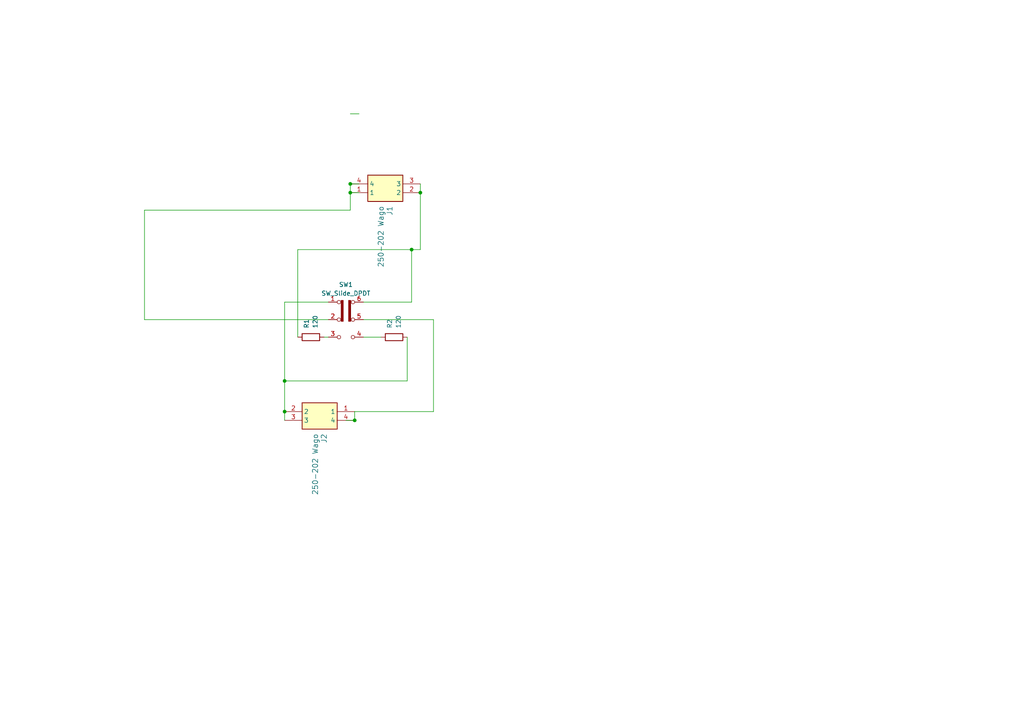
<source format=kicad_sch>
(kicad_sch
	(version 20231120)
	(generator "eeschema")
	(generator_version "8.0")
	(uuid "075f1b3f-1d40-4537-97fc-8160d08a9585")
	(paper "A4")
	(lib_symbols
		(symbol "Device:R"
			(pin_numbers hide)
			(pin_names
				(offset 0)
			)
			(exclude_from_sim no)
			(in_bom yes)
			(on_board yes)
			(property "Reference" "R"
				(at 2.032 0 90)
				(effects
					(font
						(size 1.27 1.27)
					)
				)
			)
			(property "Value" "R"
				(at 0 0 90)
				(effects
					(font
						(size 1.27 1.27)
					)
				)
			)
			(property "Footprint" ""
				(at -1.778 0 90)
				(effects
					(font
						(size 1.27 1.27)
					)
					(hide yes)
				)
			)
			(property "Datasheet" "~"
				(at 0 0 0)
				(effects
					(font
						(size 1.27 1.27)
					)
					(hide yes)
				)
			)
			(property "Description" "Resistor"
				(at 0 0 0)
				(effects
					(font
						(size 1.27 1.27)
					)
					(hide yes)
				)
			)
			(property "ki_keywords" "R res resistor"
				(at 0 0 0)
				(effects
					(font
						(size 1.27 1.27)
					)
					(hide yes)
				)
			)
			(property "ki_fp_filters" "R_*"
				(at 0 0 0)
				(effects
					(font
						(size 1.27 1.27)
					)
					(hide yes)
				)
			)
			(symbol "R_0_1"
				(rectangle
					(start -1.016 -2.54)
					(end 1.016 2.54)
					(stroke
						(width 0.254)
						(type default)
					)
					(fill
						(type none)
					)
				)
			)
			(symbol "R_1_1"
				(pin passive line
					(at 0 3.81 270)
					(length 1.27)
					(name "~"
						(effects
							(font
								(size 1.27 1.27)
							)
						)
					)
					(number "1"
						(effects
							(font
								(size 1.27 1.27)
							)
						)
					)
				)
				(pin passive line
					(at 0 -3.81 90)
					(length 1.27)
					(name "~"
						(effects
							(font
								(size 1.27 1.27)
							)
						)
					)
					(number "2"
						(effects
							(font
								(size 1.27 1.27)
							)
						)
					)
				)
			)
		)
		(symbol "Switch:SW_Slide_DPDT"
			(pin_names
				(offset 0) hide)
			(exclude_from_sim no)
			(in_bom yes)
			(on_board yes)
			(property "Reference" "SW"
				(at 0 6.858 0)
				(effects
					(font
						(size 1.27 1.27)
					)
				)
			)
			(property "Value" "SW_Slide_DPDT"
				(at 0 -8.128 0)
				(effects
					(font
						(size 1.27 1.27)
					)
				)
			)
			(property "Footprint" ""
				(at 13.97 5.08 0)
				(effects
					(font
						(size 1.27 1.27)
					)
					(hide yes)
				)
			)
			(property "Datasheet" "~"
				(at 0 0 0)
				(effects
					(font
						(size 1.27 1.27)
					)
					(hide yes)
				)
			)
			(property "Description" "Slide Switch, dual pole double throw"
				(at 0 0 0)
				(effects
					(font
						(size 1.27 1.27)
					)
					(hide yes)
				)
			)
			(property "ki_keywords" "switch dual-pole double-throw dpdt ON-ON"
				(at 0 0 0)
				(effects
					(font
						(size 1.27 1.27)
					)
					(hide yes)
				)
			)
			(symbol "SW_Slide_DPDT_0_0"
				(circle
					(center -2.032 -5.08)
					(radius 0.508)
					(stroke
						(width 0)
						(type default)
					)
					(fill
						(type none)
					)
				)
				(circle
					(center -2.032 5.08)
					(radius 0.508)
					(stroke
						(width 0)
						(type default)
					)
					(fill
						(type none)
					)
				)
				(circle
					(center 2.032 -5.08)
					(radius 0.508)
					(stroke
						(width 0)
						(type default)
					)
					(fill
						(type none)
					)
				)
				(circle
					(center 2.032 0)
					(radius 0.508)
					(stroke
						(width 0)
						(type default)
					)
					(fill
						(type none)
					)
				)
			)
			(symbol "SW_Slide_DPDT_0_1"
				(circle
					(center -2.032 0)
					(radius 0.508)
					(stroke
						(width 0)
						(type default)
					)
					(fill
						(type none)
					)
				)
				(circle
					(center 2.032 5.08)
					(radius 0.508)
					(stroke
						(width 0)
						(type default)
					)
					(fill
						(type none)
					)
				)
			)
			(symbol "SW_Slide_DPDT_1_1"
				(rectangle
					(start -1.397 5.588)
					(end -0.762 -0.508)
					(stroke
						(width 0)
						(type default)
					)
					(fill
						(type outline)
					)
				)
				(rectangle
					(start 0.762 5.588)
					(end 1.397 -0.508)
					(stroke
						(width 0)
						(type default)
					)
					(fill
						(type outline)
					)
				)
				(pin passive line
					(at -5.08 5.08 0)
					(length 2.54)
					(name "A"
						(effects
							(font
								(size 1.27 1.27)
							)
						)
					)
					(number "1"
						(effects
							(font
								(size 1.27 1.27)
							)
						)
					)
				)
				(pin passive line
					(at -5.08 0 0)
					(length 2.54)
					(name "B"
						(effects
							(font
								(size 1.27 1.27)
							)
						)
					)
					(number "2"
						(effects
							(font
								(size 1.27 1.27)
							)
						)
					)
				)
				(pin passive line
					(at -5.08 -5.08 0)
					(length 2.54)
					(name "C"
						(effects
							(font
								(size 1.27 1.27)
							)
						)
					)
					(number "3"
						(effects
							(font
								(size 1.27 1.27)
							)
						)
					)
				)
				(pin passive line
					(at 5.08 -5.08 180)
					(length 2.54)
					(name "A"
						(effects
							(font
								(size 1.27 1.27)
							)
						)
					)
					(number "4"
						(effects
							(font
								(size 1.27 1.27)
							)
						)
					)
				)
				(pin passive line
					(at 5.08 0 180)
					(length 2.54)
					(name "B"
						(effects
							(font
								(size 1.27 1.27)
							)
						)
					)
					(number "5"
						(effects
							(font
								(size 1.27 1.27)
							)
						)
					)
				)
				(pin passive line
					(at 5.08 5.08 180)
					(length 2.54)
					(name "C"
						(effects
							(font
								(size 1.27 1.27)
							)
						)
					)
					(number "6"
						(effects
							(font
								(size 1.27 1.27)
							)
						)
					)
				)
			)
		)
		(symbol "Weidmuller:1825960000 2pos wide"
			(exclude_from_sim no)
			(in_bom yes)
			(on_board yes)
			(property "Reference" "J"
				(at 16.51 7.62 0)
				(effects
					(font
						(size 1.27 1.27)
					)
					(justify left top)
				)
			)
			(property "Value" "1825960000 2pos wide"
				(at 16.51 5.08 0)
				(effects
					(font
						(size 1.27 1.27)
					)
					(justify left top)
				)
			)
			(property "Footprint" "1825960000"
				(at 16.51 -94.92 0)
				(effects
					(font
						(size 1.27 1.27)
					)
					(justify left top)
					(hide yes)
				)
			)
			(property "Datasheet" "http://catalog.weidmueller.com/createDatasheetForMobile.do?ordernumber=1825960000&scope1=1&scope2=1&localeId=en"
				(at 16.51 -194.92 0)
				(effects
					(font
						(size 1.27 1.27)
					)
					(justify left top)
					(hide yes)
				)
			)
			(property "Description" "Printed circuit board terminals, 5.00 mm, Number of poles: 2, 180, Solder pin length: 3.5 mm, black, PUSH IN with actuator, Clamping range, max. [rated connection]: 1.5 mm, Tube"
				(at 0 0 0)
				(effects
					(font
						(size 1.27 1.27)
					)
					(hide yes)
				)
			)
			(property "Height" "14"
				(at 16.51 -394.92 0)
				(effects
					(font
						(size 1.27 1.27)
					)
					(justify left top)
					(hide yes)
				)
			)
			(property "Manufacturer_Name" "Weidmuller"
				(at 16.51 -494.92 0)
				(effects
					(font
						(size 1.27 1.27)
					)
					(justify left top)
					(hide yes)
				)
			)
			(property "Manufacturer_Part_Number" "1825960000"
				(at 16.51 -594.92 0)
				(effects
					(font
						(size 1.27 1.27)
					)
					(justify left top)
					(hide yes)
				)
			)
			(property "Mouser Part Number" "470-1825960000"
				(at 16.51 -694.92 0)
				(effects
					(font
						(size 1.27 1.27)
					)
					(justify left top)
					(hide yes)
				)
			)
			(property "Mouser Price/Stock" "https://www.mouser.co.uk/ProductDetail/Weidmuller/1825960000?qs=BTG2th8YmhTHqEF9wcCIDA%3D%3D"
				(at 16.51 -794.92 0)
				(effects
					(font
						(size 1.27 1.27)
					)
					(justify left top)
					(hide yes)
				)
			)
			(property "Arrow Part Number" ""
				(at 16.51 -894.92 0)
				(effects
					(font
						(size 1.27 1.27)
					)
					(justify left top)
					(hide yes)
				)
			)
			(property "Arrow Price/Stock" ""
				(at 16.51 -994.92 0)
				(effects
					(font
						(size 1.27 1.27)
					)
					(justify left top)
					(hide yes)
				)
			)
			(symbol "1825960000 2pos wide_1_1"
				(rectangle
					(start 5.08 2.54)
					(end 15.24 -5.08)
					(stroke
						(width 0.254)
						(type default)
					)
					(fill
						(type background)
					)
				)
				(pin passive line
					(at 0 -2.54 0)
					(length 5.08)
					(name "1"
						(effects
							(font
								(size 1.27 1.27)
							)
						)
					)
					(number "1"
						(effects
							(font
								(size 1.27 1.27)
							)
						)
					)
				)
				(pin passive line
					(at 20.32 -2.54 180)
					(length 5.08)
					(name "2"
						(effects
							(font
								(size 1.27 1.27)
							)
						)
					)
					(number "2"
						(effects
							(font
								(size 1.27 1.27)
							)
						)
					)
				)
				(pin passive line
					(at 20.32 0 180)
					(length 5.08)
					(name "3"
						(effects
							(font
								(size 1.27 1.27)
							)
						)
					)
					(number "3"
						(effects
							(font
								(size 1.27 1.27)
							)
						)
					)
				)
				(pin passive line
					(at 0 0 0)
					(length 5.08)
					(name "4"
						(effects
							(font
								(size 1.27 1.27)
							)
						)
					)
					(number "4"
						(effects
							(font
								(size 1.27 1.27)
							)
						)
					)
				)
			)
		)
	)
	(junction
		(at 101.6 53.34)
		(diameter 0)
		(color 0 0 0 0)
		(uuid "2981b388-f611-4c9c-ac88-ee9f0c54a003")
	)
	(junction
		(at 121.92 55.88)
		(diameter 0)
		(color 0 0 0 0)
		(uuid "3bb5712d-85c6-4c78-bb84-1aa771d52772")
	)
	(junction
		(at 82.55 110.49)
		(diameter 0)
		(color 0 0 0 0)
		(uuid "4f40c077-0983-4205-95cc-aeb5b3a2ed35")
	)
	(junction
		(at 101.6 55.88)
		(diameter 0)
		(color 0 0 0 0)
		(uuid "5ab461b0-2ae0-4d97-a006-cd8179d6165b")
	)
	(junction
		(at 119.38 72.39)
		(diameter 0)
		(color 0 0 0 0)
		(uuid "80d1f04c-6357-4fe5-8b57-f9b573b55545")
	)
	(junction
		(at 102.87 121.92)
		(diameter 0)
		(color 0 0 0 0)
		(uuid "cb80363d-d1da-40bc-95e8-c2cdae7b46c7")
	)
	(junction
		(at 82.55 119.38)
		(diameter 0)
		(color 0 0 0 0)
		(uuid "d9184aa7-b872-4d20-82c7-596a4c576a90")
	)
	(wire
		(pts
			(xy 82.55 110.49) (xy 82.55 119.38)
		)
		(stroke
			(width 0)
			(type default)
		)
		(uuid "0491fded-3003-4565-a444-403f520e8083")
	)
	(wire
		(pts
			(xy 121.92 72.39) (xy 121.92 55.88)
		)
		(stroke
			(width 0)
			(type default)
		)
		(uuid "2142b475-580d-499a-8f56-4ba0acd4bf2b")
	)
	(wire
		(pts
			(xy 121.92 53.34) (xy 121.92 55.88)
		)
		(stroke
			(width 0)
			(type default)
		)
		(uuid "234b6cdf-efc0-4663-a77f-4bca1e0a20d0")
	)
	(wire
		(pts
			(xy 125.73 92.71) (xy 125.73 119.38)
		)
		(stroke
			(width 0)
			(type default)
		)
		(uuid "2b92684d-014c-4032-811d-ed412f135c35")
	)
	(wire
		(pts
			(xy 119.38 72.39) (xy 121.92 72.39)
		)
		(stroke
			(width 0)
			(type default)
		)
		(uuid "2c9ac13c-c2ea-482c-a996-7ddd91cab356")
	)
	(wire
		(pts
			(xy 119.38 87.63) (xy 105.41 87.63)
		)
		(stroke
			(width 0)
			(type default)
		)
		(uuid "38e63167-a01a-4d98-a808-0c18ee5ab396")
	)
	(wire
		(pts
			(xy 41.91 60.96) (xy 41.91 92.71)
		)
		(stroke
			(width 0)
			(type default)
		)
		(uuid "4afba669-9e47-4ea8-b68b-3250c4355008")
	)
	(wire
		(pts
			(xy 82.55 87.63) (xy 82.55 110.49)
		)
		(stroke
			(width 0)
			(type default)
		)
		(uuid "5a93bf53-b208-46cf-85fa-f5b6142d6857")
	)
	(wire
		(pts
			(xy 102.87 119.38) (xy 102.87 121.92)
		)
		(stroke
			(width 0)
			(type default)
		)
		(uuid "5c325314-d3ef-4cca-b266-ecefd9a03c3e")
	)
	(wire
		(pts
			(xy 82.55 119.38) (xy 82.55 121.92)
		)
		(stroke
			(width 0)
			(type default)
		)
		(uuid "5e7eb162-887c-419d-9e7f-538adb0ee8aa")
	)
	(wire
		(pts
			(xy 101.6 33.02) (xy 104.14 33.02)
		)
		(stroke
			(width 0)
			(type default)
		)
		(uuid "6098d9ae-000a-4dc6-9220-c2c1c0b3ce7a")
	)
	(wire
		(pts
			(xy 104.14 55.88) (xy 101.6 55.88)
		)
		(stroke
			(width 0)
			(type default)
		)
		(uuid "67349806-ba2b-44ff-828e-ecb129ffc930")
	)
	(wire
		(pts
			(xy 125.73 92.71) (xy 105.41 92.71)
		)
		(stroke
			(width 0)
			(type default)
		)
		(uuid "71222ca3-72b0-4e94-ab63-530359f12f17")
	)
	(wire
		(pts
			(xy 105.41 97.79) (xy 110.49 97.79)
		)
		(stroke
			(width 0)
			(type default)
		)
		(uuid "7a47ee2a-2278-4c4e-b93c-aecfd9d5db60")
	)
	(wire
		(pts
			(xy 125.73 119.38) (xy 102.87 119.38)
		)
		(stroke
			(width 0)
			(type default)
		)
		(uuid "7bf77c22-37fd-45aa-81c5-0acbba5cddbd")
	)
	(wire
		(pts
			(xy 86.36 97.79) (xy 86.36 72.39)
		)
		(stroke
			(width 0)
			(type default)
		)
		(uuid "7c4db60b-4f55-4121-b04c-26d862c5d0c5")
	)
	(wire
		(pts
			(xy 41.91 92.71) (xy 95.25 92.71)
		)
		(stroke
			(width 0)
			(type default)
		)
		(uuid "7cf5693a-10c4-4555-b00d-c8f6683ff12b")
	)
	(wire
		(pts
			(xy 93.98 97.79) (xy 95.25 97.79)
		)
		(stroke
			(width 0)
			(type default)
		)
		(uuid "801a1ae1-aaf4-472a-9dca-63ade65397f5")
	)
	(wire
		(pts
			(xy 101.6 53.34) (xy 101.6 55.88)
		)
		(stroke
			(width 0)
			(type default)
		)
		(uuid "87adb99d-1673-49d2-8cce-8fdf035a25c3")
	)
	(wire
		(pts
			(xy 118.11 97.79) (xy 118.11 110.49)
		)
		(stroke
			(width 0)
			(type default)
		)
		(uuid "8b0a6443-e05f-410a-952e-1f1114ecdc33")
	)
	(wire
		(pts
			(xy 101.6 60.96) (xy 101.6 55.88)
		)
		(stroke
			(width 0)
			(type default)
		)
		(uuid "8f9b55ce-cc93-47bb-ab02-157b9cda0121")
	)
	(wire
		(pts
			(xy 119.38 72.39) (xy 119.38 87.63)
		)
		(stroke
			(width 0)
			(type default)
		)
		(uuid "adc6b230-9c35-411c-8278-f3dd86f880e7")
	)
	(wire
		(pts
			(xy 41.91 60.96) (xy 101.6 60.96)
		)
		(stroke
			(width 0)
			(type default)
		)
		(uuid "ae624e12-b38f-407d-9eea-943d026348d8")
	)
	(wire
		(pts
			(xy 118.11 110.49) (xy 82.55 110.49)
		)
		(stroke
			(width 0)
			(type default)
		)
		(uuid "b1d4e851-7c43-4f04-9205-b28153810a46")
	)
	(wire
		(pts
			(xy 100.33 121.92) (xy 102.87 121.92)
		)
		(stroke
			(width 0)
			(type default)
		)
		(uuid "bbcf5ed4-cb65-4d9e-a0fc-7d8b904873e4")
	)
	(wire
		(pts
			(xy 101.6 53.34) (xy 104.14 53.34)
		)
		(stroke
			(width 0)
			(type default)
		)
		(uuid "d1f403ef-7a3b-457d-98f4-98edcfd340ff")
	)
	(wire
		(pts
			(xy 86.36 72.39) (xy 119.38 72.39)
		)
		(stroke
			(width 0)
			(type default)
		)
		(uuid "e7e3c036-733b-4bcd-bf24-09143b871c5b")
	)
	(wire
		(pts
			(xy 82.55 87.63) (xy 95.25 87.63)
		)
		(stroke
			(width 0)
			(type default)
		)
		(uuid "e95bb9c6-cdba-4d08-a8a2-16174acb992f")
	)
	(symbol
		(lib_id "Weidmuller:1825960000 2pos wide")
		(at 101.6 53.34 0)
		(unit 1)
		(exclude_from_sim no)
		(in_bom yes)
		(on_board yes)
		(dnp no)
		(fields_autoplaced yes)
		(uuid "1bd42e03-f480-4fbf-b65c-0486de1f55fb")
		(property "Reference" "J1"
			(at 113.0301 59.69 90)
			(effects
				(font
					(size 1.524 1.524)
				)
				(justify right)
			)
		)
		(property "Value" "250-202 Wago"
			(at 110.4901 59.69 90)
			(effects
				(font
					(size 1.524 1.524)
				)
				(justify right)
			)
		)
		(property "Footprint" "1825960000"
			(at 118.11 148.26 0)
			(effects
				(font
					(size 1.27 1.27)
				)
				(justify left top)
				(hide yes)
			)
		)
		(property "Datasheet" "http://catalog.weidmueller.com/createDatasheetForMobile.do?ordernumber=1825960000&scope1=1&scope2=1&localeId=en"
			(at 118.11 248.26 0)
			(effects
				(font
					(size 1.27 1.27)
				)
				(justify left top)
				(hide yes)
			)
		)
		(property "Description" "Printed circuit board terminals, 5.00 mm, Number of poles: 2, 180, Solder pin length: 3.5 mm, black, PUSH IN with actuator, Clamping range, max. [rated connection]: 1.5 mm, Tube"
			(at 101.6 53.34 0)
			(effects
				(font
					(size 1.27 1.27)
				)
				(hide yes)
			)
		)
		(property "Height" "14"
			(at 118.11 448.26 0)
			(effects
				(font
					(size 1.27 1.27)
				)
				(justify left top)
				(hide yes)
			)
		)
		(property "Manufacturer_Name" "Weidmuller"
			(at 118.11 548.26 0)
			(effects
				(font
					(size 1.27 1.27)
				)
				(justify left top)
				(hide yes)
			)
		)
		(property "Manufacturer_Part_Number" "1825960000"
			(at 118.11 648.26 0)
			(effects
				(font
					(size 1.27 1.27)
				)
				(justify left top)
				(hide yes)
			)
		)
		(property "Mouser Part Number" "470-1825960000"
			(at 118.11 748.26 0)
			(effects
				(font
					(size 1.27 1.27)
				)
				(justify left top)
				(hide yes)
			)
		)
		(property "Mouser Price/Stock" "https://www.mouser.co.uk/ProductDetail/Weidmuller/1825960000?qs=BTG2th8YmhTHqEF9wcCIDA%3D%3D"
			(at 118.11 848.26 0)
			(effects
				(font
					(size 1.27 1.27)
				)
				(justify left top)
				(hide yes)
			)
		)
		(property "Arrow Part Number" ""
			(at 118.11 948.26 0)
			(effects
				(font
					(size 1.27 1.27)
				)
				(justify left top)
				(hide yes)
			)
		)
		(property "Arrow Price/Stock" ""
			(at 118.11 1048.26 0)
			(effects
				(font
					(size 1.27 1.27)
				)
				(justify left top)
				(hide yes)
			)
		)
		(pin "2"
			(uuid "7c1532cc-7567-4f88-8f1a-f46bf5fa0a80")
		)
		(pin "1"
			(uuid "19a0c74f-5f0e-471b-9e00-6542ec86bd82")
		)
		(pin "4"
			(uuid "e518a80d-2cf1-49d6-97b5-0e480ed9aaac")
		)
		(pin "3"
			(uuid "d278ef8a-b2bf-454c-afb9-386990e49129")
		)
		(instances
			(project ""
				(path "/075f1b3f-1d40-4537-97fc-8160d08a9585"
					(reference "J1")
					(unit 1)
				)
			)
		)
	)
	(symbol
		(lib_id "Device:R")
		(at 90.17 97.79 90)
		(unit 1)
		(exclude_from_sim no)
		(in_bom yes)
		(on_board yes)
		(dnp no)
		(fields_autoplaced yes)
		(uuid "3a9d5943-91f1-46f2-a780-aef81a6affd6")
		(property "Reference" "R1"
			(at 88.8999 95.25 0)
			(effects
				(font
					(size 1.27 1.27)
				)
				(justify left)
			)
		)
		(property "Value" "120"
			(at 91.4399 95.25 0)
			(effects
				(font
					(size 1.27 1.27)
				)
				(justify left)
			)
		)
		(property "Footprint" "Resistor_SMD:R_0805_2012Metric"
			(at 90.17 99.568 90)
			(effects
				(font
					(size 1.27 1.27)
				)
				(hide yes)
			)
		)
		(property "Datasheet" "~"
			(at 90.17 97.79 0)
			(effects
				(font
					(size 1.27 1.27)
				)
				(hide yes)
			)
		)
		(property "Description" "Resistor"
			(at 90.17 97.79 0)
			(effects
				(font
					(size 1.27 1.27)
				)
				(hide yes)
			)
		)
		(pin "1"
			(uuid "cd3e83ab-05d5-456b-9789-7d3ee7631656")
		)
		(pin "2"
			(uuid "6035725d-85a1-4b30-bf15-d1c8f9eee2ab")
		)
		(instances
			(project ""
				(path "/075f1b3f-1d40-4537-97fc-8160d08a9585"
					(reference "R1")
					(unit 1)
				)
			)
		)
	)
	(symbol
		(lib_id "Device:R")
		(at 114.3 97.79 90)
		(unit 1)
		(exclude_from_sim no)
		(in_bom yes)
		(on_board yes)
		(dnp no)
		(fields_autoplaced yes)
		(uuid "4a125e18-55a7-4c3c-840c-9714c2fcea53")
		(property "Reference" "R2"
			(at 113.0299 95.25 0)
			(effects
				(font
					(size 1.27 1.27)
				)
				(justify left)
			)
		)
		(property "Value" "120"
			(at 115.5699 95.25 0)
			(effects
				(font
					(size 1.27 1.27)
				)
				(justify left)
			)
		)
		(property "Footprint" "Resistor_SMD:R_0805_2012Metric"
			(at 114.3 99.568 90)
			(effects
				(font
					(size 1.27 1.27)
				)
				(hide yes)
			)
		)
		(property "Datasheet" "~"
			(at 114.3 97.79 0)
			(effects
				(font
					(size 1.27 1.27)
				)
				(hide yes)
			)
		)
		(property "Description" "Resistor"
			(at 114.3 97.79 0)
			(effects
				(font
					(size 1.27 1.27)
				)
				(hide yes)
			)
		)
		(pin "1"
			(uuid "b0454469-3b05-4ac5-9dbe-7d5be6258019")
		)
		(pin "2"
			(uuid "8c2942c7-ad39-49d0-9438-0b77f42c3c6b")
		)
		(instances
			(project "CanSwitch2"
				(path "/075f1b3f-1d40-4537-97fc-8160d08a9585"
					(reference "R2")
					(unit 1)
				)
			)
		)
	)
	(symbol
		(lib_id "Switch:SW_Slide_DPDT")
		(at 100.33 92.71 0)
		(unit 1)
		(exclude_from_sim no)
		(in_bom yes)
		(on_board yes)
		(dnp no)
		(fields_autoplaced yes)
		(uuid "6bb38060-64fa-4bab-bfb5-69bac8dbbf8c")
		(property "Reference" "SW1"
			(at 100.33 82.55 0)
			(effects
				(font
					(size 1.27 1.27)
				)
			)
		)
		(property "Value" "SW_Slide_DPDT"
			(at 100.33 85.09 0)
			(effects
				(font
					(size 1.27 1.27)
				)
			)
		)
		(property "Footprint" "C&K:SW_JS202011SCQN"
			(at 114.3 87.63 0)
			(effects
				(font
					(size 1.27 1.27)
				)
				(hide yes)
			)
		)
		(property "Datasheet" "~"
			(at 100.33 92.71 0)
			(effects
				(font
					(size 1.27 1.27)
				)
				(hide yes)
			)
		)
		(property "Description" "Slide Switch, dual pole double throw"
			(at 100.33 92.71 0)
			(effects
				(font
					(size 1.27 1.27)
				)
				(hide yes)
			)
		)
		(pin "4"
			(uuid "605b535c-0c13-4fd3-a114-6d2c45508e58")
		)
		(pin "3"
			(uuid "f3b9804c-79f6-49d2-a5b3-dafeb806866b")
		)
		(pin "5"
			(uuid "39f290c3-3108-4bbc-99b3-bdcbb98c688a")
		)
		(pin "1"
			(uuid "7f31fc5a-ba32-404d-b357-577b17db3cc3")
		)
		(pin "2"
			(uuid "e266908e-0742-47b5-aaa5-2d62ded46ec1")
		)
		(pin "6"
			(uuid "2d7551ee-69b0-4b9d-baaf-8703b17911f3")
		)
		(instances
			(project ""
				(path "/075f1b3f-1d40-4537-97fc-8160d08a9585"
					(reference "SW1")
					(unit 1)
				)
			)
		)
	)
	(symbol
		(lib_id "Weidmuller:1825960000 2pos wide")
		(at 102.87 121.92 180)
		(unit 1)
		(exclude_from_sim no)
		(in_bom yes)
		(on_board yes)
		(dnp no)
		(fields_autoplaced yes)
		(uuid "b2e5807f-6ca1-4d38-aecf-db279bd15f6f")
		(property "Reference" "J2"
			(at 93.9801 125.73 90)
			(effects
				(font
					(size 1.524 1.524)
				)
				(justify left)
			)
		)
		(property "Value" "250-202 Wago"
			(at 91.4401 125.73 90)
			(effects
				(font
					(size 1.524 1.524)
				)
				(justify left)
			)
		)
		(property "Footprint" "1825960000"
			(at 86.36 27 0)
			(effects
				(font
					(size 1.27 1.27)
				)
				(justify left top)
				(hide yes)
			)
		)
		(property "Datasheet" "http://catalog.weidmueller.com/createDatasheetForMobile.do?ordernumber=1825960000&scope1=1&scope2=1&localeId=en"
			(at 86.36 -73 0)
			(effects
				(font
					(size 1.27 1.27)
				)
				(justify left top)
				(hide yes)
			)
		)
		(property "Description" "Printed circuit board terminals, 5.00 mm, Number of poles: 2, 180, Solder pin length: 3.5 mm, black, PUSH IN with actuator, Clamping range, max. [rated connection]: 1.5 mm, Tube"
			(at 102.87 121.92 0)
			(effects
				(font
					(size 1.27 1.27)
				)
				(hide yes)
			)
		)
		(property "Height" "14"
			(at 86.36 -273 0)
			(effects
				(font
					(size 1.27 1.27)
				)
				(justify left top)
				(hide yes)
			)
		)
		(property "Manufacturer_Name" "Weidmuller"
			(at 86.36 -373 0)
			(effects
				(font
					(size 1.27 1.27)
				)
				(justify left top)
				(hide yes)
			)
		)
		(property "Manufacturer_Part_Number" "1825960000"
			(at 86.36 -473 0)
			(effects
				(font
					(size 1.27 1.27)
				)
				(justify left top)
				(hide yes)
			)
		)
		(property "Mouser Part Number" "470-1825960000"
			(at 86.36 -573 0)
			(effects
				(font
					(size 1.27 1.27)
				)
				(justify left top)
				(hide yes)
			)
		)
		(property "Mouser Price/Stock" "https://www.mouser.co.uk/ProductDetail/Weidmuller/1825960000?qs=BTG2th8YmhTHqEF9wcCIDA%3D%3D"
			(at 86.36 -673 0)
			(effects
				(font
					(size 1.27 1.27)
				)
				(justify left top)
				(hide yes)
			)
		)
		(property "Arrow Part Number" ""
			(at 86.36 -773 0)
			(effects
				(font
					(size 1.27 1.27)
				)
				(justify left top)
				(hide yes)
			)
		)
		(property "Arrow Price/Stock" ""
			(at 86.36 -873 0)
			(effects
				(font
					(size 1.27 1.27)
				)
				(justify left top)
				(hide yes)
			)
		)
		(pin "1"
			(uuid "70a493c8-23bc-4ffe-9a67-66c1922d5098")
		)
		(pin "2"
			(uuid "923f28b9-0d2d-43ae-b784-f5a50e6b8ed3")
		)
		(pin "4"
			(uuid "0fa17054-ad2a-483e-a03f-c69781cbc931")
		)
		(pin "3"
			(uuid "c4ab4a37-991a-4d30-b0d9-1100202f4194")
		)
		(instances
			(project ""
				(path "/075f1b3f-1d40-4537-97fc-8160d08a9585"
					(reference "J2")
					(unit 1)
				)
			)
		)
	)
	(sheet_instances
		(path "/"
			(page "1")
		)
	)
)

</source>
